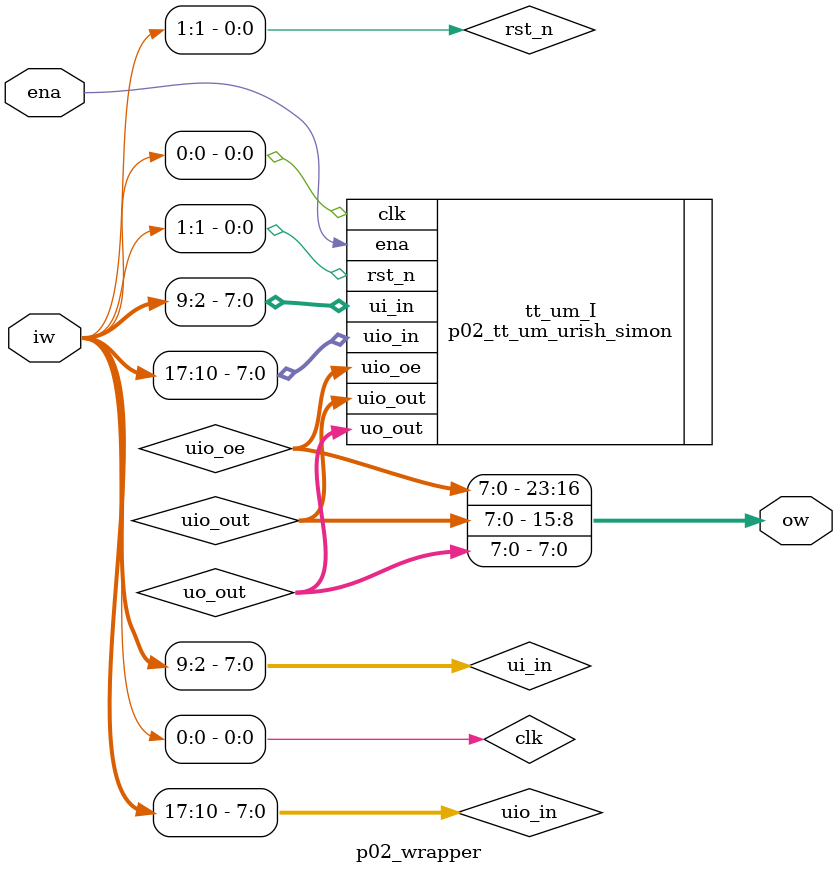
<source format=v>
`default_nettype none

module p02_wrapper (
  input wire ena,
  input wire [17:0] iw,
  output wire [23:0] ow
);

wire [7:0] uio_in;
wire [7:0] uio_out;
wire [7:0] uio_oe;
wire [7:0] uo_out;
wire [7:0] ui_in;
wire clk;
wire rst_n;

assign { uio_in, ui_in, rst_n, clk} = iw;
assign ow = { uio_oe, uio_out, uo_out };

p02_tt_um_urish_simon tt_um_I (
  .uio_in  (uio_in),
  .uio_out (uio_out),
  .uio_oe  (uio_oe),
  .uo_out  (uo_out),
  .ui_in   (ui_in),
  .ena     (ena),
  .clk     (clk),
  .rst_n   (rst_n)
);

endmodule

</source>
